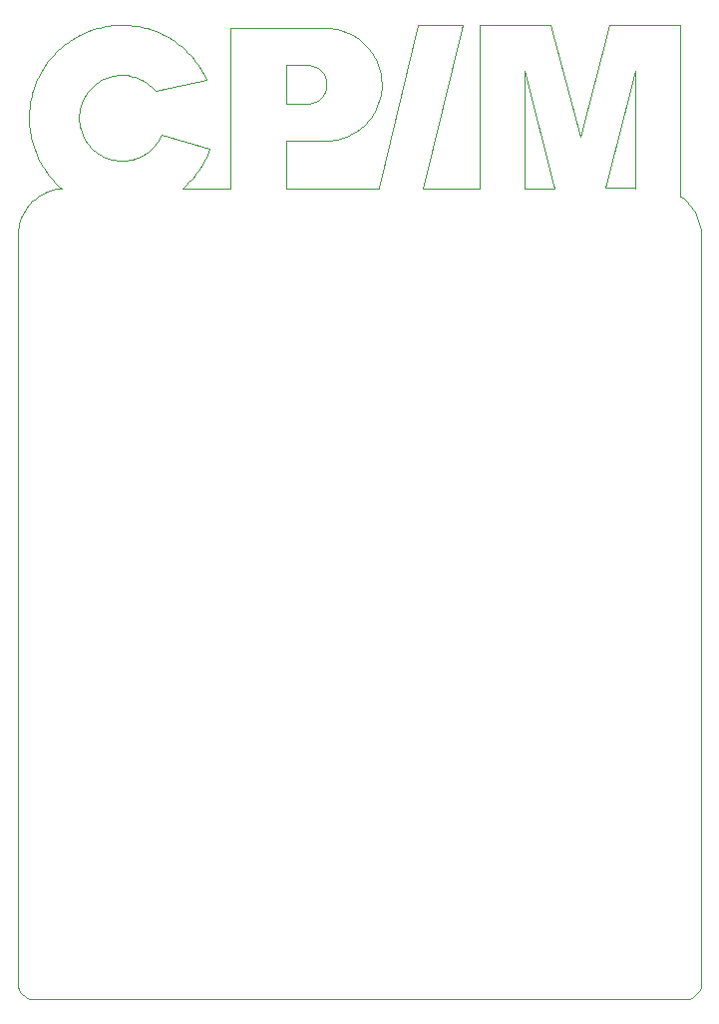
<source format=gm1>
G04*
G04 #@! TF.GenerationSoftware,Altium Limited,Altium Designer,21.1.1 (26)*
G04*
G04 Layer_Color=16711935*
%FSLAX25Y25*%
%MOIN*%
G70*
G04*
G04 #@! TF.SameCoordinates,BA25F0D4-A6B5-41BD-99B5-9815951856DC*
G04*
G04*
G04 #@! TF.FilePolarity,Positive*
G04*
G01*
G75*
%ADD10C,0.00394*%
D10*
X63100Y307098D02*
X62673Y308004D01*
X62218Y308895D01*
X61734Y309771D01*
X61221Y310631D01*
X60682Y311473D01*
X60115Y312298D01*
X59523Y313105D01*
X58904Y313892D01*
X58261Y314658D01*
X57593Y315404D01*
X56901Y316127D01*
X56187Y316828D01*
X55450Y317505D01*
X54692Y318159D01*
X53913Y318787D01*
X53114Y319390D01*
X52296Y319967D01*
X51460Y320517D01*
X50607Y321041D01*
X49738Y321536D01*
X48853Y322003D01*
X47953Y322441D01*
X47039Y322850D01*
X46113Y323230D01*
X45175Y323579D01*
X44227Y323898D01*
X43268Y324186D01*
X42301Y324443D01*
X41326Y324669D01*
X40344Y324863D01*
X39357Y325026D01*
X38364Y325156D01*
X37369Y325255D01*
X36370Y325321D01*
X35370Y325355D01*
X34369Y325357D01*
X33369Y325327D01*
X32370Y325264D01*
X31373Y325169D01*
X30380Y325043D01*
X29392Y324884D01*
X28410Y324693D01*
X27434Y324471D01*
X26466Y324218D01*
X25506Y323933D01*
X24556Y323618D01*
X23617Y323272D01*
X22690Y322896D01*
X21775Y322490D01*
X20873Y322056D01*
X19986Y321592D01*
X19115Y321100D01*
X18260Y320580D01*
X17422Y320033D01*
X16602Y319459D01*
X15801Y318859D01*
X15020Y318233D01*
X14259Y317583D01*
X13520Y316908D01*
X12803Y316210D01*
X12108Y315489D01*
X11438Y314746D01*
X10791Y313982D01*
X10170Y313198D01*
X9574Y312394D01*
X9004Y311571D01*
X8462Y310730D01*
X7946Y309872D01*
X7459Y308998D01*
X7000Y308108D01*
X6570Y307205D01*
X6169Y306288D01*
X5798Y305358D01*
X5457Y304417D01*
X5147Y303466D01*
X4868Y302505D01*
X4619Y301535D01*
X4402Y300558D01*
X4217Y299575D01*
X4063Y298586D01*
X3942Y297592D01*
X3852Y296596D01*
X3795Y295596D01*
X3770Y294596D01*
X3777Y293595D01*
X3816Y292595D01*
X3888Y291597D01*
X3992Y290601D01*
X4128Y289610D01*
X4295Y288623D01*
X4495Y287642D01*
X4726Y286669D01*
X4988Y285703D01*
X5281Y284746D01*
X5605Y283799D01*
X5959Y282863D01*
X6344Y281939D01*
X6758Y281028D01*
X7201Y280130D01*
X7672Y279247D01*
X8172Y278380D01*
X8700Y277530D01*
X9255Y276697D01*
X9836Y275882D01*
X10443Y275087D01*
X11076Y274311D01*
X11733Y273557D01*
X12414Y272823D01*
X13119Y272113D01*
X13846Y271425D01*
X14595Y270761D01*
X228400Y255100D02*
X228367Y256122D01*
X228267Y257140D01*
X228101Y258150D01*
X227870Y259146D01*
X227574Y260125D01*
X227215Y261083D01*
X226795Y262015D01*
X226315Y262918D01*
X225777Y263788D01*
X225183Y264621D01*
X224537Y265414D01*
X223840Y266163D01*
X223096Y266865D01*
X222308Y267517D01*
X221479Y268116D01*
X14605Y270762D02*
X13628Y270663D01*
X12660Y270503D01*
X11703Y270283D01*
X10762Y270003D01*
X9840Y269665D01*
X8941Y269271D01*
X8068Y268821D01*
X7226Y268317D01*
X6416Y267761D01*
X5643Y267156D01*
X4909Y266504D01*
X4218Y265807D01*
X3571Y265069D01*
X2972Y264291D01*
X2422Y263478D01*
X1924Y262632D01*
X1481Y261756D01*
X1092Y260854D01*
X761Y259930D01*
X489Y258987D01*
X276Y258029D01*
X123Y257059D01*
X31Y256081D01*
X0Y255100D01*
X102835Y286709D02*
X103839Y286736D01*
X104840Y286817D01*
X105835Y286950D01*
X106821Y287137D01*
X107796Y287376D01*
X108757Y287666D01*
X109701Y288008D01*
X110626Y288399D01*
X111528Y288840D01*
X112406Y289328D01*
X113256Y289861D01*
X114076Y290440D01*
X114865Y291062D01*
X115619Y291724D01*
X116337Y292426D01*
X117016Y293166D01*
X117655Y293940D01*
X118251Y294748D01*
X118804Y295586D01*
X119311Y296453D01*
X119771Y297345D01*
X120182Y298261D01*
X120545Y299197D01*
X120856Y300151D01*
X121117Y301121D01*
X121325Y302103D01*
X121481Y303095D01*
X121583Y304094D01*
X121632Y305097D01*
X121627Y306101D01*
X121569Y307103D01*
X121457Y308101D01*
X121292Y309091D01*
X121075Y310071D01*
X120806Y311038D01*
X120485Y311990D01*
X120114Y312923D01*
X119694Y313834D01*
X119225Y314722D01*
X118710Y315584D01*
X118150Y316417D01*
X117546Y317219D01*
X116900Y317988D01*
X116214Y318721D01*
X115489Y319416D01*
X114729Y320072D01*
X113935Y320686D01*
X113109Y321257D01*
X112254Y321782D01*
X111372Y322262D01*
X110465Y322694D01*
X109537Y323077D01*
X108590Y323409D01*
X107626Y323691D01*
X106649Y323921D01*
X105661Y324098D01*
X104665Y324223D01*
X103663Y324294D01*
X102659Y324311D01*
X96594Y298930D02*
X97578Y299004D01*
X98539Y299224D01*
X99457Y299586D01*
X100310Y300080D01*
X101080Y300697D01*
X101750Y301421D01*
X102303Y302238D01*
X102728Y303128D01*
X103015Y304072D01*
X103158Y305048D01*
X103153Y306034D01*
X103001Y307009D01*
X102705Y307950D01*
X102272Y308836D01*
X101711Y309648D01*
X101035Y310366D01*
X100259Y310976D01*
X99401Y311462D01*
X98480Y311815D01*
X97517Y312026D01*
X96532Y312091D01*
X55027Y270761D02*
X55784Y271432D01*
X56518Y272128D01*
X57230Y272847D01*
X57918Y273589D01*
X58581Y274353D01*
X59219Y275138D01*
X59831Y275944D01*
X60416Y276769D01*
X60975Y277613D01*
X61505Y278474D01*
X62007Y279352D01*
X62480Y280246D01*
X62924Y281156D01*
X63338Y282079D01*
X63722Y283015D01*
X64075Y283963D01*
X45998Y303268D02*
X45343Y304031D01*
X44636Y304745D01*
X43881Y305409D01*
X43081Y306017D01*
X42240Y306569D01*
X41363Y307059D01*
X40453Y307487D01*
X39516Y307851D01*
X38556Y308147D01*
X37577Y308376D01*
X36584Y308535D01*
X35583Y308625D01*
X34578Y308643D01*
X33574Y308592D01*
X32576Y308470D01*
X31589Y308278D01*
X30618Y308018D01*
X29668Y307690D01*
X28743Y307297D01*
X27848Y306839D01*
X26987Y306320D01*
X26164Y305742D01*
X25385Y305108D01*
X24651Y304420D01*
X23968Y303683D01*
X23338Y302900D01*
X22764Y302074D01*
X22250Y301210D01*
X21798Y300312D01*
X21409Y299385D01*
X21087Y298433D01*
X20832Y297461D01*
X20646Y296473D01*
X20530Y295474D01*
X20484Y294470D01*
X20509Y293465D01*
X20604Y292464D01*
X20769Y291473D01*
X21003Y290495D01*
X21305Y289536D01*
X21674Y288601D01*
X22107Y287694D01*
X22603Y286819D01*
X23158Y285982D01*
X23772Y285185D01*
X24439Y284434D01*
X25158Y283731D01*
X25924Y283080D01*
X26734Y282484D01*
X27584Y281947D01*
X28469Y281471D01*
X29385Y281058D01*
X30329Y280710D01*
X31294Y280429D01*
X32276Y280217D01*
X33272Y280074D01*
X34274Y280001D01*
X35279Y279998D01*
X36282Y280066D01*
X37278Y280205D01*
X38262Y280413D01*
X39228Y280689D01*
X40173Y281032D01*
X41091Y281441D01*
X41979Y281913D01*
X42831Y282446D01*
X43644Y283038D01*
X44413Y283685D01*
X45135Y284384D01*
X45806Y285133D01*
X46423Y285926D01*
X46983Y286761D01*
X47483Y287633D01*
X47921Y288538D01*
X-0Y5117D02*
X98Y4118D01*
X390Y3159D01*
X862Y2274D01*
X1499Y1499D01*
X2274Y862D01*
X3159Y390D01*
X4118Y98D01*
X5117Y0D01*
X223298D02*
X224293Y98D01*
X225250Y388D01*
X226132Y860D01*
X226905Y1494D01*
X227540Y2268D01*
X228012Y3150D01*
X228302Y4107D01*
X228400Y5102D01*
X120817Y270834D02*
X133821Y325226D01*
X148830D01*
X55027Y270761D02*
X71224D01*
X196398Y270826D02*
X206255D01*
X169570Y270800D02*
X179441D01*
X135577Y270790D02*
X154356D01*
X89878Y270800D02*
X120800D01*
X71224Y270761D02*
Y324314D01*
X228400Y5102D02*
X228400Y255100D01*
X135577Y270790D02*
X148830Y325226D01*
X154348Y325210D02*
X154361Y270785D01*
X169570Y270800D02*
Y309838D01*
X179455Y270814D01*
X196398Y270826D02*
X206281Y309838D01*
Y270800D02*
Y309838D01*
X221503Y268116D02*
Y325210D01*
X197626D02*
X221503D01*
X187925Y287901D02*
X197626Y325210D01*
X178076D02*
X187925Y287901D01*
X154348Y325210D02*
X178076D01*
X71224Y324314D02*
X102659Y324311D01*
X89878Y270800D02*
Y286709D01*
X102835D01*
X89878Y312091D02*
X96532D01*
X89878Y298930D02*
Y312091D01*
Y298930D02*
X96594D01*
X45998Y303268D02*
X63100Y307098D01*
X47921Y288538D02*
X64075Y283963D01*
X-0Y5117D02*
X0Y255100D01*
X5117Y0D02*
X223298D01*
M02*

</source>
